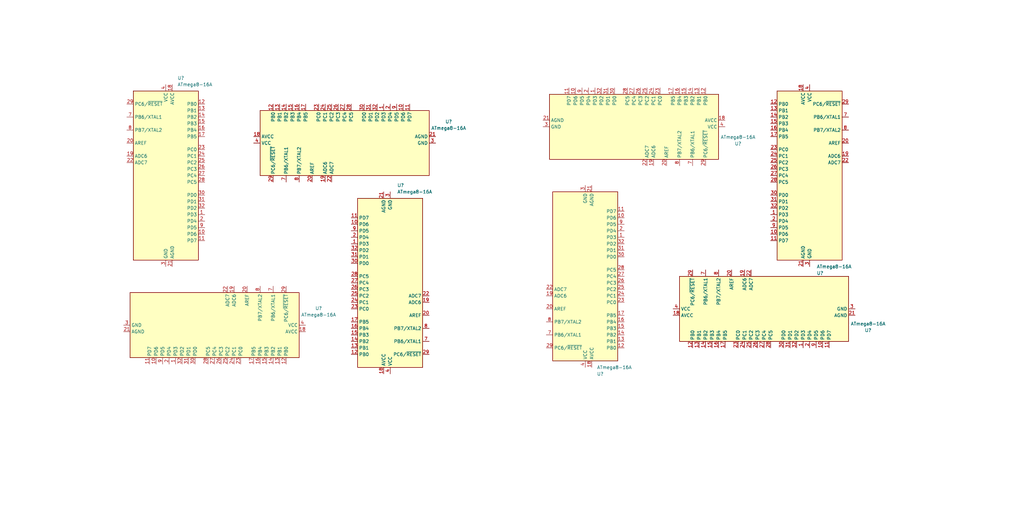
<source format=kicad_sch>
(kicad_sch (version 20230121) (generator eeschema)
  (paper "User" 399.999 200)
  (lib_symbols
    (symbol "MCU_Microchip_ATmega:ATmega8-16A"
      (property "Reference" "U" (at -12.7 34.29 0))
      (property "Value" "ATmega8-16A" (at 5.08 -34.29 0))
      (symbol "ATmega8-16A_0_1"
        (rectangle (start -12.7 -33.02) (end 12.7 33.02) (stroke (width 0.254)) (fill (type background)))
      )
      (symbol "ATmega8-16A_1_1"
        (pin bidirectional line (at 15.24 -15.24 180) (length 2.54) (name "PD3") (number "1"))
        (pin bidirectional line (at 15.24 -22.86 180) (length 2.54) (name "PD6") (number "10"))
        (pin bidirectional line (at 15.24 -25.4 180) (length 2.54) (name "PD7") (number "11"))
        (pin bidirectional line (at 15.24 27.94 180) (length 2.54) (name "PB0") (number "12"))
        (pin bidirectional line (at 15.24 25.4 180) (length 2.54) (name "PB1") (number "13"))
        (pin bidirectional line (at 15.24 22.86 180) (length 2.54) (name "PB2") (number "14"))
        (pin bidirectional line (at 15.24 20.32 180) (length 2.54) (name "PB3") (number "15"))
        (pin bidirectional line (at 15.24 17.78 180) (length 2.54) (name "PB4") (number "16"))
        (pin bidirectional line (at 15.24 15.24 180) (length 2.54) (name "PB5") (number "17"))
        (pin power_in line (at 2.54 35.56 270) (length 2.54) (name "AVCC") (number "18"))
        (pin input line (at -15.24 7.62 0) (length 2.54) (name "ADC6") (number "19"))
        (pin bidirectional line (at 15.24 -17.78 180) (length 2.54) (name "PD4") (number "2"))
        (pin passive line (at -15.24 12.7 0) (length 2.54) (name "AREF") (number "20"))
        (pin power_in line (at 2.54 -35.56 90) (length 2.54) (name "AGND") (number "21"))
        (pin input line (at -15.24 5.08 0) (length 2.54) (name "ADC7") (number "22"))
        (pin bidirectional line (at 15.24 10.16 180) (length 2.54) (name "PC0") (number "23"))
        (pin bidirectional line (at 15.24 7.62 180) (length 2.54) (name "PC1") (number "24"))
        (pin bidirectional line (at 15.24 5.08 180) (length 2.54) (name "PC2") (number "25"))
        (pin bidirectional line (at 15.24 2.54 180) (length 2.54) (name "PC3") (number "26"))
        (pin bidirectional line (at 15.24 0 180) (length 2.54) (name "PC4") (number "27"))
        (pin bidirectional line (at 15.24 -2.54 180) (length 2.54) (name "PC5") (number "28"))
        (pin bidirectional line (at -15.24 27.94 0) (length 2.54) (name "PC6/~{RESET}") (number "29"))
        (pin power_in line (at 0 -35.56 90) (length 2.54) (name "GND") (number "3"))
        (pin bidirectional line (at 15.24 -7.62 180) (length 2.54) (name "PD0") (number "30"))
        (pin bidirectional line (at 15.24 -10.16 180) (length 2.54) (name "PD1") (number "31"))
        (pin bidirectional line (at 15.24 -12.7 180) (length 2.54) (name "PD2") (number "32"))
        (pin power_in line (at 0 35.56 270) (length 2.54) (name "VCC") (number "4"))
        (pin passive line (at 0 -35.56 90) (length 2.54) hide (name "GND") (number "5"))
        (pin passive line (at 0 35.56 270) (length 2.54) hide (name "VCC") (number "6"))
        (pin bidirectional line (at -15.24 22.86 0) (length 2.54) (name "PB6/XTAL1") (number "7"))
        (pin bidirectional line (at -15.24 17.78 0) (length 2.54) (name "PB7/XTAL2") (number "8"))
        (pin bidirectional line (at 15.24 -20.32 180) (length 2.54) (name "PD5") (number "9"))
      )
    )
  )
  (symbol (lib_id "MCU_Microchip_ATmega:ATmega8-16A") (at 152.4 110.49 180) (unit 1)
    (property "Reference" "U?" (at 155.1687 72.39 0) (effects (justify right)))
    (property "Value" "ATmega8-16A" (at 155.1687 74.93 0) (effects (justify right)))
    (property "Footprint" "Package_QFP:TQFP-32_7x7mm_P0.8mm" (effects hide))
    (property "Datasheet" "http://ww1.microchip.com/downloads/en/DeviceDoc/atmel-2486-8-bit-avr-microcontroller-atmega8_l_datasheet.pdf" (effects hide))
  )
  (symbol (lib_id "MCU_Microchip_ATmega:ATmega8-16A") (at 83.82 127 270) (unit 1)
    (property "Reference" "U?" (at 124.46 120.4212 90))
    (property "Value" "ATmega8-16A" (at 124.46 122.9612 90))
    (property "Footprint" "Package_QFP:TQFP-32_7x7mm_P0.8mm" (effects hide))
    (property "Datasheet" "http://ww1.microchip.com/downloads/en/DeviceDoc/atmel-2486-8-bit-avr-microcontroller-atmega8_l_datasheet.pdf" (effects hide))
  )
  (symbol (lib_id "MCU_Microchip_ATmega:ATmega8-16A") (at 298.45 120.65 90) (mirror x) (unit 1)
    (property "Reference" "U?" (at 339.09 129.0195 90))
    (property "Value" "ATmega8-16A" (at 339.09 126.4795 90))
    (property "Footprint" "Package_QFP:TQFP-32_7x7mm_P0.8mm" (effects hide))
    (property "Datasheet" "http://ww1.microchip.com/downloads/en/DeviceDoc/atmel-2486-8-bit-avr-microcontroller-atmega8_l_datasheet.pdf" (effects hide))
  )
  (symbol (lib_id "MCU_Microchip_ATmega:ATmega8-16A") (at 316.23 68.58 0) (mirror y) (unit 1)
    (property "Reference" "U?" (at 318.9987 106.68 0) (effects (justify right)))
    (property "Value" "ATmega8-16A" (at 318.9987 104.14 0) (effects (justify right)))
    (property "Footprint" "Package_QFP:TQFP-32_7x7mm_P0.8mm" (effects hide))
    (property "Datasheet" "http://ww1.microchip.com/downloads/en/DeviceDoc/atmel-2486-8-bit-avr-microcontroller-atmega8_l_datasheet.pdf" (effects hide))
  )
  (symbol (lib_id "MCU_Microchip_ATmega:ATmega8-16A") (at 64.77 68.58 0) (unit 1)
    (property "Reference" "U?" (at 69.3294 30.48 0) (effects (justify left)))
    (property "Value" "ATmega8-16A" (at 69.3294 33.02 0) (effects (justify left)))
    (property "Footprint" "Package_QFP:TQFP-32_7x7mm_P0.8mm" (effects hide))
    (property "Datasheet" "http://ww1.microchip.com/downloads/en/DeviceDoc/atmel-2486-8-bit-avr-microcontroller-atmega8_l_datasheet.pdf" (effects hide))
  )
  (symbol (lib_id "MCU_Microchip_ATmega:ATmega8-16A") (at 134.62 55.88 90) (unit 1)
    (property "Reference" "U?" (at 175.26 47.5105 90))
    (property "Value" "ATmega8-16A" (at 175.26 50.0505 90))
    (property "Footprint" "Package_QFP:TQFP-32_7x7mm_P0.8mm" (effects hide))
    (property "Datasheet" "http://ww1.microchip.com/downloads/en/DeviceDoc/atmel-2486-8-bit-avr-microcontroller-atmega8_l_datasheet.pdf" (effects hide))
  )
  (symbol (lib_id "MCU_Microchip_ATmega:ATmega8-16A") (at 228.6 107.95 0) (mirror x) (unit 1)
    (property "Reference" "U?" (at 233.1594 146.05 0) (effects (justify left)))
    (property "Value" "ATmega8-16A" (at 233.1594 143.51 0) (effects (justify left)))
    (property "Footprint" "Package_QFP:TQFP-32_7x7mm_P0.8mm" (effects hide))
    (property "Datasheet" "http://ww1.microchip.com/downloads/en/DeviceDoc/atmel-2486-8-bit-avr-microcontroller-atmega8_l_datasheet.pdf" (effects hide))
  )
  (symbol (lib_id "MCU_Microchip_ATmega:ATmega8-16A") (at 247.65 49.53 270) (mirror x) (unit 1)
    (property "Reference" "U?" (at 288.29 56.1088 90))
    (property "Value" "ATmega8-16A" (at 288.29 53.5688 90))
    (property "Footprint" "Package_QFP:TQFP-32_7x7mm_P0.8mm" (effects hide))
    (property "Datasheet" "http://ww1.microchip.com/downloads/en/DeviceDoc/atmel-2486-8-bit-avr-microcontroller-atmega8_l_datasheet.pdf" (effects hide))
  )
)
</source>
